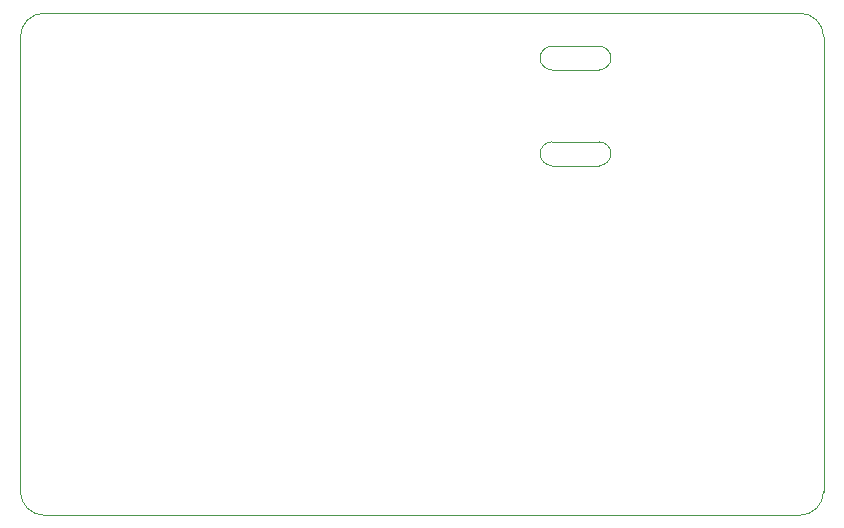
<source format=gm1>
%TF.GenerationSoftware,KiCad,Pcbnew,(6.0.0)*%
%TF.CreationDate,2022-05-10T23:47:17-04:00*%
%TF.ProjectId,WT32SC01 wifi poe,57543332-5343-4303-9120-776966692070,rev?*%
%TF.SameCoordinates,Original*%
%TF.FileFunction,Profile,NP*%
%FSLAX46Y46*%
G04 Gerber Fmt 4.6, Leading zero omitted, Abs format (unit mm)*
G04 Created by KiCad (PCBNEW (6.0.0)) date 2022-05-10 23:47:17*
%MOMM*%
%LPD*%
G01*
G04 APERTURE LIST*
%TA.AperFunction,Profile*%
%ADD10C,0.050000*%
%TD*%
G04 APERTURE END LIST*
D10*
X159501100Y-86553600D02*
G75*
G03*
X158501100Y-87553600I-1J-999999D01*
G01*
X182501100Y-85753600D02*
G75*
G03*
X180501100Y-83753600I-1999999J1D01*
G01*
X164501100Y-87553600D02*
G75*
G03*
X163501100Y-86553600I-999999J1D01*
G01*
X163501100Y-88553600D02*
G75*
G03*
X164501100Y-87553600I1J999999D01*
G01*
X180501100Y-126253600D02*
G75*
G03*
X182501100Y-124253600I1J1999999D01*
G01*
X163501100Y-86553600D02*
X159501100Y-86553600D01*
X116501100Y-126253600D02*
X180501100Y-126253600D01*
X182501100Y-85753600D02*
X182501100Y-124253600D01*
X163501100Y-94653600D02*
X159501100Y-94653600D01*
X114501100Y-124253600D02*
G75*
G03*
X116501100Y-126253600I1999999J-1D01*
G01*
X159501100Y-94653600D02*
G75*
G03*
X158501100Y-95653600I-1J-999999D01*
G01*
X163501100Y-96653600D02*
G75*
G03*
X164501100Y-95653600I1J999999D01*
G01*
X116501100Y-83753600D02*
X180501100Y-83753600D01*
X158501100Y-95653600D02*
G75*
G03*
X159501100Y-96653600I999999J-1D01*
G01*
X114501100Y-124253600D02*
X114501100Y-85753600D01*
X159501100Y-88553600D02*
X163501100Y-88553600D01*
X159501100Y-96653600D02*
X163501100Y-96653600D01*
X164501100Y-95653600D02*
G75*
G03*
X163501100Y-94653600I-999999J1D01*
G01*
X158501100Y-87553600D02*
G75*
G03*
X159501100Y-88553600I999999J-1D01*
G01*
X116501100Y-83753600D02*
G75*
G03*
X114501100Y-85753600I-1J-1999999D01*
G01*
M02*

</source>
